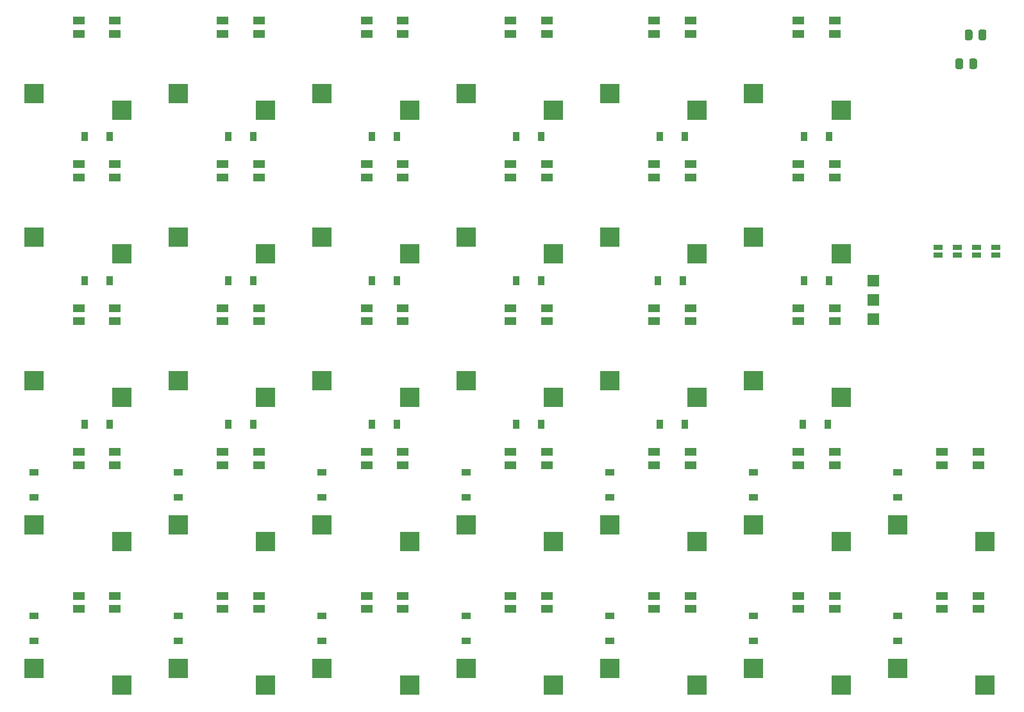
<source format=gbr>
G04 #@! TF.GenerationSoftware,KiCad,Pcbnew,(5.1.10)-1*
G04 #@! TF.CreationDate,2021-12-22T22:10:33+01:00*
G04 #@! TF.ProjectId,helixhschoc,68656c69-7868-4736-9368-6f632e6b6963,rev?*
G04 #@! TF.SameCoordinates,Original*
G04 #@! TF.FileFunction,Paste,Bot*
G04 #@! TF.FilePolarity,Positive*
%FSLAX46Y46*%
G04 Gerber Fmt 4.6, Leading zero omitted, Abs format (unit mm)*
G04 Created by KiCad (PCBNEW (5.1.10)-1) date 2021-12-22 22:10:33*
%MOMM*%
%LPD*%
G01*
G04 APERTURE LIST*
%ADD10R,1.600000X1.000000*%
%ADD11R,2.600000X2.600000*%
%ADD12R,1.200000X0.900000*%
%ADD13R,0.900000X1.200000*%
%ADD14R,1.524000X1.524000*%
%ADD15R,1.143000X0.635000*%
G04 APERTURE END LIST*
D10*
X199030540Y-128052540D03*
X199030540Y-126302540D03*
X203830540Y-126302540D03*
X203830540Y-128052540D03*
X180030540Y-128052540D03*
X180030540Y-126302540D03*
X184830540Y-126302540D03*
X184830540Y-128052540D03*
X161030540Y-128052540D03*
X161030540Y-126302540D03*
X165830540Y-126302540D03*
X165830540Y-128052540D03*
X142030540Y-128052540D03*
X142030540Y-126302540D03*
X146830540Y-126302540D03*
X146830540Y-128052540D03*
X123030540Y-128052540D03*
X123030540Y-126302540D03*
X127830540Y-126302540D03*
X127830540Y-128052540D03*
X104030540Y-128052540D03*
X104030540Y-126302540D03*
X108830540Y-126302540D03*
X108830540Y-128052540D03*
X85030540Y-128052540D03*
X85030540Y-126302540D03*
X89830540Y-126302540D03*
X89830540Y-128052540D03*
X203830540Y-107302540D03*
X203830540Y-109052540D03*
X199030540Y-109052540D03*
X199030540Y-107302540D03*
X184830540Y-107302540D03*
X184830540Y-109052540D03*
X180030540Y-109052540D03*
X180030540Y-107302540D03*
X165830540Y-107302540D03*
X165830540Y-109052540D03*
X161030540Y-109052540D03*
X161030540Y-107302540D03*
X146830540Y-107302540D03*
X146830540Y-109052540D03*
X142030540Y-109052540D03*
X142030540Y-107302540D03*
X127830540Y-107302540D03*
X127830540Y-109052540D03*
X123030540Y-109052540D03*
X123030540Y-107302540D03*
X108830540Y-107302540D03*
X108830540Y-109052540D03*
X104030540Y-109052540D03*
X104030540Y-107302540D03*
X89830540Y-107302540D03*
X89830540Y-109052540D03*
X85030540Y-109052540D03*
X85030540Y-107302540D03*
X180030540Y-90052540D03*
X180030540Y-88302540D03*
X184830540Y-88302540D03*
X184830540Y-90052540D03*
X161030540Y-90052540D03*
X161030540Y-88302540D03*
X165830540Y-88302540D03*
X165830540Y-90052540D03*
X142030540Y-90052540D03*
X142030540Y-88302540D03*
X146830540Y-88302540D03*
X146830540Y-90052540D03*
X123030540Y-90052540D03*
X123030540Y-88302540D03*
X127830540Y-88302540D03*
X127830540Y-90052540D03*
X104030540Y-90052540D03*
X104030540Y-88302540D03*
X108830540Y-88302540D03*
X108830540Y-90052540D03*
X85030540Y-90052540D03*
X85030540Y-88302540D03*
X89830540Y-88302540D03*
X89830540Y-90052540D03*
X184830540Y-69302540D03*
X184830540Y-71052540D03*
X180030540Y-71052540D03*
X180030540Y-69302540D03*
X165830540Y-69302540D03*
X165830540Y-71052540D03*
X161030540Y-71052540D03*
X161030540Y-69302540D03*
X146830540Y-69302540D03*
X146830540Y-71052540D03*
X142030540Y-71052540D03*
X142030540Y-69302540D03*
X127830540Y-69302540D03*
X127830540Y-71052540D03*
X123030540Y-71052540D03*
X123030540Y-69302540D03*
X108830540Y-69302540D03*
X108830540Y-71052540D03*
X104030540Y-71052540D03*
X104030540Y-69302540D03*
X89830540Y-69302540D03*
X89830540Y-71052540D03*
X85030540Y-71052540D03*
X85030540Y-69302540D03*
X180030540Y-52052540D03*
X180030540Y-50302540D03*
X184830540Y-50302540D03*
X184830540Y-52052540D03*
X161030540Y-52052540D03*
X161030540Y-50302540D03*
X165830540Y-50302540D03*
X165830540Y-52052540D03*
X142030540Y-52052540D03*
X142030540Y-50302540D03*
X146830540Y-50302540D03*
X146830540Y-52052540D03*
X123030540Y-52052540D03*
X123030540Y-50302540D03*
X127830540Y-50302540D03*
X127830540Y-52052540D03*
X104030540Y-52052540D03*
X104030540Y-50302540D03*
X108830540Y-50302540D03*
X108830540Y-52052540D03*
X85030540Y-52052540D03*
X85030540Y-50302540D03*
X89830540Y-50302540D03*
X89830540Y-52052540D03*
D11*
X147705540Y-119127540D03*
X136155540Y-116927540D03*
X147705540Y-81127540D03*
X136155540Y-78927540D03*
X166705540Y-81127540D03*
X155155540Y-78927540D03*
X166705540Y-100127540D03*
X155155540Y-97927540D03*
X128705540Y-119127540D03*
X117155540Y-116927540D03*
X128705540Y-100127540D03*
X117155540Y-97927540D03*
X185705540Y-100127540D03*
X174155540Y-97927540D03*
X166705540Y-119127540D03*
X155155540Y-116927540D03*
X90705540Y-119127540D03*
X79155540Y-116927540D03*
X109705540Y-119127540D03*
X98155540Y-116927540D03*
X185705540Y-81127540D03*
X174155540Y-78927540D03*
X185705540Y-62127540D03*
X174155540Y-59927540D03*
X90705540Y-81127540D03*
X79155540Y-78927540D03*
X109705540Y-81127540D03*
X98155540Y-78927540D03*
X109705540Y-100127540D03*
X98155540Y-97927540D03*
X90705540Y-100127540D03*
X79155540Y-97927540D03*
X147705540Y-100127540D03*
X136155540Y-97927540D03*
X128705540Y-81127540D03*
X117155540Y-78927540D03*
D12*
X117155540Y-132291940D03*
X117155540Y-128991940D03*
D13*
X142780540Y-103677540D03*
X146080540Y-103677540D03*
X161780540Y-103677540D03*
X165080540Y-103677540D03*
D12*
X79155540Y-113291940D03*
X79155540Y-109991940D03*
X155155540Y-113291940D03*
X155155540Y-109991940D03*
D13*
X180678940Y-103677540D03*
X183978940Y-103677540D03*
D12*
X98155540Y-113291940D03*
X98155540Y-109991940D03*
X117155540Y-113291940D03*
X117155540Y-109991940D03*
X136155540Y-113291940D03*
X136155540Y-109991940D03*
X174155540Y-113291940D03*
X174155540Y-109991940D03*
X155155540Y-132291940D03*
X155155540Y-128991940D03*
X174155540Y-132291940D03*
X174155540Y-128991940D03*
X98155540Y-132291940D03*
X98155540Y-128991940D03*
X136155540Y-132291940D03*
X136155540Y-128991940D03*
D13*
X123780540Y-103677540D03*
X127080540Y-103677540D03*
D12*
X193155540Y-132291940D03*
X193155540Y-128991940D03*
X79155540Y-128991940D03*
X79155540Y-132291940D03*
D13*
X123780540Y-84677540D03*
X127080540Y-84677540D03*
X184080540Y-65677540D03*
X180780540Y-65677540D03*
X85780540Y-65677540D03*
X89080540Y-65677540D03*
X85780540Y-84677540D03*
X89080540Y-84677540D03*
D14*
X189947980Y-84662860D03*
X189947980Y-87202860D03*
X189947980Y-89742860D03*
D13*
X104780540Y-103677540D03*
X108080540Y-103677540D03*
X104780540Y-65677540D03*
X108080540Y-65677540D03*
X146080540Y-65677540D03*
X142780540Y-65677540D03*
X165080540Y-65677540D03*
X161780540Y-65677540D03*
X104780540Y-84677540D03*
X108080540Y-84677540D03*
X161511140Y-84677540D03*
X164811140Y-84677540D03*
X180780540Y-84677540D03*
X184080540Y-84677540D03*
X142780540Y-84677540D03*
X146080540Y-84677540D03*
X85780540Y-103677540D03*
X89080540Y-103677540D03*
D15*
X198492540Y-80302160D03*
X198492540Y-81302920D03*
X201032540Y-81302920D03*
X201032540Y-80302160D03*
X203572540Y-81302920D03*
X203572540Y-80302160D03*
X206112540Y-81302920D03*
X206112540Y-80302160D03*
D11*
X204705540Y-138127540D03*
X193155540Y-135927540D03*
X185705540Y-119127540D03*
X174155540Y-116927540D03*
X109705540Y-138127540D03*
X98155540Y-135927540D03*
X204705540Y-119127540D03*
X193155540Y-116927540D03*
X128705540Y-138127540D03*
X117155540Y-135927540D03*
X90705540Y-138127540D03*
X79155540Y-135927540D03*
X147705540Y-138127540D03*
X136155540Y-135927540D03*
X166705540Y-138127540D03*
X155155540Y-135927540D03*
X185705540Y-138127540D03*
X174155540Y-135927540D03*
G36*
G01*
X202615650Y-56474680D02*
X202615650Y-55574880D01*
G75*
G02*
X202865750Y-55324780I250100J0D01*
G01*
X203390550Y-55324780D01*
G75*
G02*
X203640650Y-55574880I0J-250100D01*
G01*
X203640650Y-56474680D01*
G75*
G02*
X203390550Y-56724780I-250100J0D01*
G01*
X202865750Y-56724780D01*
G75*
G02*
X202615650Y-56474680I0J250100D01*
G01*
G37*
G36*
G01*
X200790650Y-56474680D02*
X200790650Y-55574880D01*
G75*
G02*
X201040750Y-55324780I250100J0D01*
G01*
X201565550Y-55324780D01*
G75*
G02*
X201815650Y-55574880I0J-250100D01*
G01*
X201815650Y-56474680D01*
G75*
G02*
X201565550Y-56724780I-250100J0D01*
G01*
X201040750Y-56724780D01*
G75*
G02*
X200790650Y-56474680I0J250100D01*
G01*
G37*
X166705540Y-62127540D03*
X155155540Y-59927540D03*
G36*
G01*
X203843840Y-52667220D02*
X203843840Y-51767420D01*
G75*
G02*
X204093940Y-51517320I250100J0D01*
G01*
X204618740Y-51517320D01*
G75*
G02*
X204868840Y-51767420I0J-250100D01*
G01*
X204868840Y-52667220D01*
G75*
G02*
X204618740Y-52917320I-250100J0D01*
G01*
X204093940Y-52917320D01*
G75*
G02*
X203843840Y-52667220I0J250100D01*
G01*
G37*
G36*
G01*
X202018840Y-52667220D02*
X202018840Y-51767420D01*
G75*
G02*
X202268940Y-51517320I250100J0D01*
G01*
X202793740Y-51517320D01*
G75*
G02*
X203043840Y-51767420I0J-250100D01*
G01*
X203043840Y-52667220D01*
G75*
G02*
X202793740Y-52917320I-250100J0D01*
G01*
X202268940Y-52917320D01*
G75*
G02*
X202018840Y-52667220I0J250100D01*
G01*
G37*
D12*
X193155540Y-113291940D03*
X193155540Y-109991940D03*
D11*
X109705540Y-62127540D03*
X98155540Y-59927540D03*
X128705540Y-62127540D03*
X117155540Y-59927540D03*
X147705540Y-62127540D03*
X136155540Y-59927540D03*
D13*
X123780540Y-65677540D03*
X127080540Y-65677540D03*
D11*
X90705540Y-62127540D03*
X79155540Y-59927540D03*
M02*

</source>
